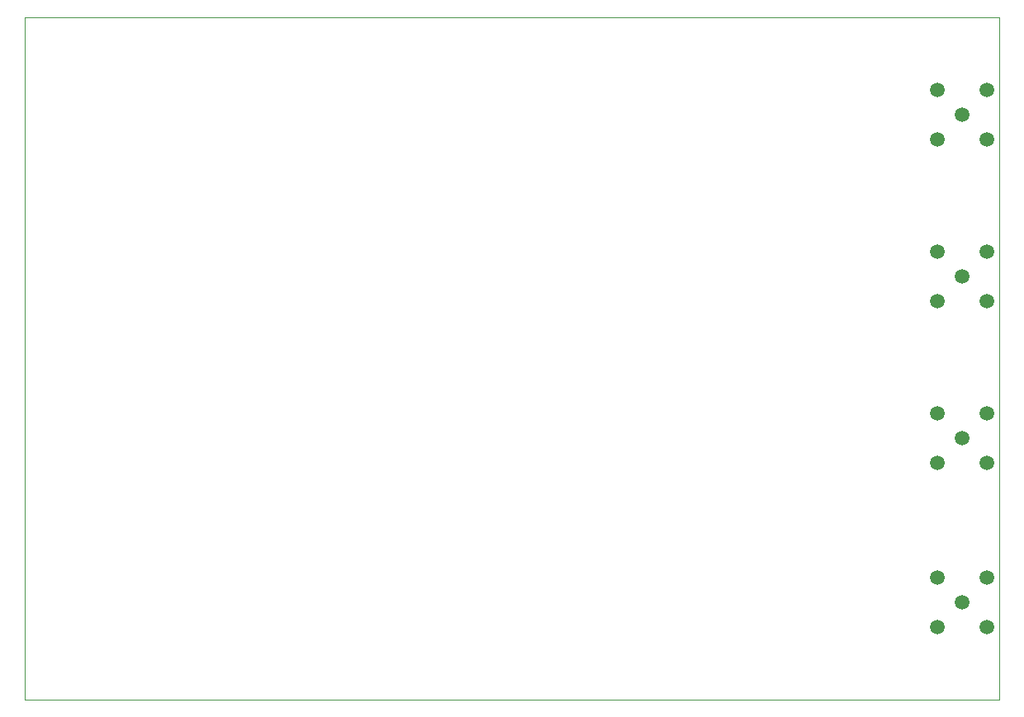
<source format=gbp>
G04 #@! TF.GenerationSoftware,KiCad,Pcbnew,(6.0.2)*
G04 #@! TF.CreationDate,2022-03-04T11:28:50+07:00*
G04 #@! TF.ProjectId,zeabus_hydrophone,7a656162-7573-45f6-9879-64726f70686f,3.1.0*
G04 #@! TF.SameCoordinates,Original*
G04 #@! TF.FileFunction,Paste,Bot*
G04 #@! TF.FilePolarity,Positive*
%FSLAX46Y46*%
G04 Gerber Fmt 4.6, Leading zero omitted, Abs format (unit mm)*
G04 Created by KiCad (PCBNEW (6.0.2)) date 2022-03-04 11:28:50*
%MOMM*%
%LPD*%
G01*
G04 APERTURE LIST*
G04 #@! TA.AperFunction,Profile*
%ADD10C,0.050000*%
G04 #@! TD*
%ADD11C,1.506220*%
G04 APERTURE END LIST*
D10*
X178000000Y-56000000D02*
X78000000Y-56000000D01*
X78000000Y-126000000D02*
X178000000Y-126000000D01*
X78000000Y-56000000D02*
X78000000Y-126000000D01*
X178000000Y-126000000D02*
X178000000Y-56000000D01*
D11*
X174200000Y-116000000D03*
X171660000Y-113460000D03*
X176740000Y-113460000D03*
X171660000Y-118540000D03*
X176740000Y-118540000D03*
X174200000Y-66000000D03*
X171660000Y-63460000D03*
X176740000Y-63460000D03*
X171660000Y-68540000D03*
X176740000Y-68540000D03*
X174200000Y-82600000D03*
X171660000Y-80060000D03*
X176740000Y-80060000D03*
X171660000Y-85140000D03*
X176740000Y-85140000D03*
X174200000Y-99200000D03*
X171660000Y-96660000D03*
X176740000Y-96660000D03*
X171660000Y-101740000D03*
X176740000Y-101740000D03*
M02*

</source>
